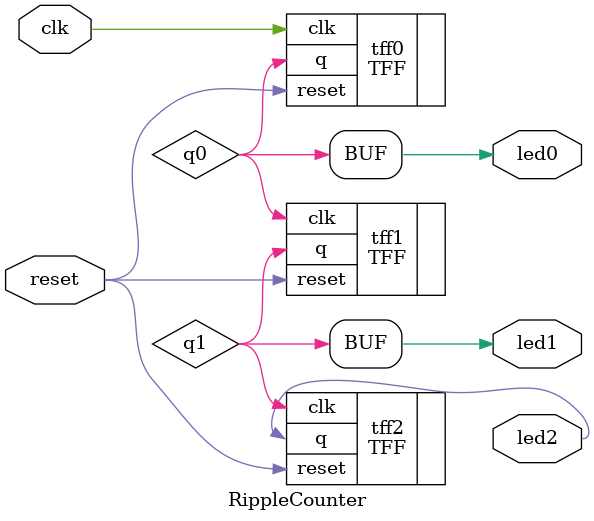
<source format=v>
module RippleCounter(
    input clk,
    input reset,
    output led0,
    output led1,
    output led2
);
    wire q0, q1;

 
    TFF tff0 (.clk(clk), .reset(reset), .q(q0));
  
    TFF tff1 (.clk(q0), .reset(reset), .q(q1));
   
    TFF tff2 (.clk(q1), .reset(reset), .q(led2));

    assign led0 = q0;
    assign led1 = q1;

endmodule

</source>
